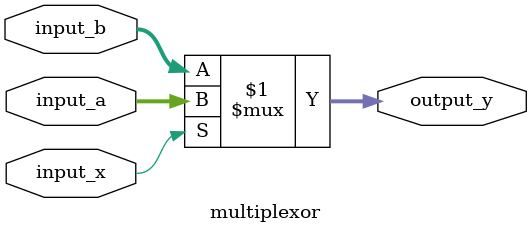
<source format=sv>


module multiplexor
#( 
		parameter DW = 2
)

(
	input input_x, // selector
	input logic [DW-1:0] input_a, input_b,
	output logic [DW-1:0]output_y
);


assign output_y = (input_x) ? input_a : input_b;

endmodule 







</source>
